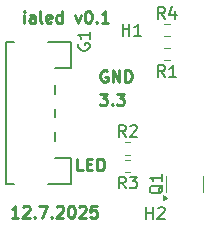
<source format=gbr>
%TF.GenerationSoftware,KiCad,Pcbnew,9.0.3*%
%TF.CreationDate,2025-07-12T02:05:34+02:00*%
%TF.ProjectId,ialed,69616c65-642e-46b6-9963-61645f706362,rev?*%
%TF.SameCoordinates,Original*%
%TF.FileFunction,Legend,Top*%
%TF.FilePolarity,Positive*%
%FSLAX46Y46*%
G04 Gerber Fmt 4.6, Leading zero omitted, Abs format (unit mm)*
G04 Created by KiCad (PCBNEW 9.0.3) date 2025-07-12 02:05:34*
%MOMM*%
%LPD*%
G01*
G04 APERTURE LIST*
%ADD10C,0.250000*%
%ADD11C,0.150000*%
%ADD12C,0.120000*%
%ADD13C,0.127000*%
G04 APERTURE END LIST*
D10*
X1426377Y-18864619D02*
X854949Y-18864619D01*
X1140663Y-18864619D02*
X1140663Y-17864619D01*
X1140663Y-17864619D02*
X1045425Y-18007476D01*
X1045425Y-18007476D02*
X950187Y-18102714D01*
X950187Y-18102714D02*
X854949Y-18150333D01*
X1807330Y-17959857D02*
X1854949Y-17912238D01*
X1854949Y-17912238D02*
X1950187Y-17864619D01*
X1950187Y-17864619D02*
X2188282Y-17864619D01*
X2188282Y-17864619D02*
X2283520Y-17912238D01*
X2283520Y-17912238D02*
X2331139Y-17959857D01*
X2331139Y-17959857D02*
X2378758Y-18055095D01*
X2378758Y-18055095D02*
X2378758Y-18150333D01*
X2378758Y-18150333D02*
X2331139Y-18293190D01*
X2331139Y-18293190D02*
X1759711Y-18864619D01*
X1759711Y-18864619D02*
X2378758Y-18864619D01*
X2807330Y-18769380D02*
X2854949Y-18817000D01*
X2854949Y-18817000D02*
X2807330Y-18864619D01*
X2807330Y-18864619D02*
X2759711Y-18817000D01*
X2759711Y-18817000D02*
X2807330Y-18769380D01*
X2807330Y-18769380D02*
X2807330Y-18864619D01*
X3188282Y-17864619D02*
X3854948Y-17864619D01*
X3854948Y-17864619D02*
X3426377Y-18864619D01*
X4235901Y-18769380D02*
X4283520Y-18817000D01*
X4283520Y-18817000D02*
X4235901Y-18864619D01*
X4235901Y-18864619D02*
X4188282Y-18817000D01*
X4188282Y-18817000D02*
X4235901Y-18769380D01*
X4235901Y-18769380D02*
X4235901Y-18864619D01*
X4664472Y-17959857D02*
X4712091Y-17912238D01*
X4712091Y-17912238D02*
X4807329Y-17864619D01*
X4807329Y-17864619D02*
X5045424Y-17864619D01*
X5045424Y-17864619D02*
X5140662Y-17912238D01*
X5140662Y-17912238D02*
X5188281Y-17959857D01*
X5188281Y-17959857D02*
X5235900Y-18055095D01*
X5235900Y-18055095D02*
X5235900Y-18150333D01*
X5235900Y-18150333D02*
X5188281Y-18293190D01*
X5188281Y-18293190D02*
X4616853Y-18864619D01*
X4616853Y-18864619D02*
X5235900Y-18864619D01*
X5854948Y-17864619D02*
X5950186Y-17864619D01*
X5950186Y-17864619D02*
X6045424Y-17912238D01*
X6045424Y-17912238D02*
X6093043Y-17959857D01*
X6093043Y-17959857D02*
X6140662Y-18055095D01*
X6140662Y-18055095D02*
X6188281Y-18245571D01*
X6188281Y-18245571D02*
X6188281Y-18483666D01*
X6188281Y-18483666D02*
X6140662Y-18674142D01*
X6140662Y-18674142D02*
X6093043Y-18769380D01*
X6093043Y-18769380D02*
X6045424Y-18817000D01*
X6045424Y-18817000D02*
X5950186Y-18864619D01*
X5950186Y-18864619D02*
X5854948Y-18864619D01*
X5854948Y-18864619D02*
X5759710Y-18817000D01*
X5759710Y-18817000D02*
X5712091Y-18769380D01*
X5712091Y-18769380D02*
X5664472Y-18674142D01*
X5664472Y-18674142D02*
X5616853Y-18483666D01*
X5616853Y-18483666D02*
X5616853Y-18245571D01*
X5616853Y-18245571D02*
X5664472Y-18055095D01*
X5664472Y-18055095D02*
X5712091Y-17959857D01*
X5712091Y-17959857D02*
X5759710Y-17912238D01*
X5759710Y-17912238D02*
X5854948Y-17864619D01*
X6569234Y-17959857D02*
X6616853Y-17912238D01*
X6616853Y-17912238D02*
X6712091Y-17864619D01*
X6712091Y-17864619D02*
X6950186Y-17864619D01*
X6950186Y-17864619D02*
X7045424Y-17912238D01*
X7045424Y-17912238D02*
X7093043Y-17959857D01*
X7093043Y-17959857D02*
X7140662Y-18055095D01*
X7140662Y-18055095D02*
X7140662Y-18150333D01*
X7140662Y-18150333D02*
X7093043Y-18293190D01*
X7093043Y-18293190D02*
X6521615Y-18864619D01*
X6521615Y-18864619D02*
X7140662Y-18864619D01*
X8045424Y-17864619D02*
X7569234Y-17864619D01*
X7569234Y-17864619D02*
X7521615Y-18340809D01*
X7521615Y-18340809D02*
X7569234Y-18293190D01*
X7569234Y-18293190D02*
X7664472Y-18245571D01*
X7664472Y-18245571D02*
X7902567Y-18245571D01*
X7902567Y-18245571D02*
X7997805Y-18293190D01*
X7997805Y-18293190D02*
X8045424Y-18340809D01*
X8045424Y-18340809D02*
X8093043Y-18436047D01*
X8093043Y-18436047D02*
X8093043Y-18674142D01*
X8093043Y-18674142D02*
X8045424Y-18769380D01*
X8045424Y-18769380D02*
X7997805Y-18817000D01*
X7997805Y-18817000D02*
X7902567Y-18864619D01*
X7902567Y-18864619D02*
X7664472Y-18864619D01*
X7664472Y-18864619D02*
X7569234Y-18817000D01*
X7569234Y-18817000D02*
X7521615Y-18769380D01*
X1902568Y-2364619D02*
X1902568Y-1697952D01*
X1902568Y-1364619D02*
X1854949Y-1412238D01*
X1854949Y-1412238D02*
X1902568Y-1459857D01*
X1902568Y-1459857D02*
X1950187Y-1412238D01*
X1950187Y-1412238D02*
X1902568Y-1364619D01*
X1902568Y-1364619D02*
X1902568Y-1459857D01*
X2807329Y-2364619D02*
X2807329Y-1840809D01*
X2807329Y-1840809D02*
X2759710Y-1745571D01*
X2759710Y-1745571D02*
X2664472Y-1697952D01*
X2664472Y-1697952D02*
X2473996Y-1697952D01*
X2473996Y-1697952D02*
X2378758Y-1745571D01*
X2807329Y-2317000D02*
X2712091Y-2364619D01*
X2712091Y-2364619D02*
X2473996Y-2364619D01*
X2473996Y-2364619D02*
X2378758Y-2317000D01*
X2378758Y-2317000D02*
X2331139Y-2221761D01*
X2331139Y-2221761D02*
X2331139Y-2126523D01*
X2331139Y-2126523D02*
X2378758Y-2031285D01*
X2378758Y-2031285D02*
X2473996Y-1983666D01*
X2473996Y-1983666D02*
X2712091Y-1983666D01*
X2712091Y-1983666D02*
X2807329Y-1936047D01*
X3426377Y-2364619D02*
X3331139Y-2317000D01*
X3331139Y-2317000D02*
X3283520Y-2221761D01*
X3283520Y-2221761D02*
X3283520Y-1364619D01*
X4188282Y-2317000D02*
X4093044Y-2364619D01*
X4093044Y-2364619D02*
X3902568Y-2364619D01*
X3902568Y-2364619D02*
X3807330Y-2317000D01*
X3807330Y-2317000D02*
X3759711Y-2221761D01*
X3759711Y-2221761D02*
X3759711Y-1840809D01*
X3759711Y-1840809D02*
X3807330Y-1745571D01*
X3807330Y-1745571D02*
X3902568Y-1697952D01*
X3902568Y-1697952D02*
X4093044Y-1697952D01*
X4093044Y-1697952D02*
X4188282Y-1745571D01*
X4188282Y-1745571D02*
X4235901Y-1840809D01*
X4235901Y-1840809D02*
X4235901Y-1936047D01*
X4235901Y-1936047D02*
X3759711Y-2031285D01*
X5093044Y-2364619D02*
X5093044Y-1364619D01*
X5093044Y-2317000D02*
X4997806Y-2364619D01*
X4997806Y-2364619D02*
X4807330Y-2364619D01*
X4807330Y-2364619D02*
X4712092Y-2317000D01*
X4712092Y-2317000D02*
X4664473Y-2269380D01*
X4664473Y-2269380D02*
X4616854Y-2174142D01*
X4616854Y-2174142D02*
X4616854Y-1888428D01*
X4616854Y-1888428D02*
X4664473Y-1793190D01*
X4664473Y-1793190D02*
X4712092Y-1745571D01*
X4712092Y-1745571D02*
X4807330Y-1697952D01*
X4807330Y-1697952D02*
X4997806Y-1697952D01*
X4997806Y-1697952D02*
X5093044Y-1745571D01*
X6235902Y-1697952D02*
X6473997Y-2364619D01*
X6473997Y-2364619D02*
X6712092Y-1697952D01*
X7283521Y-1364619D02*
X7378759Y-1364619D01*
X7378759Y-1364619D02*
X7473997Y-1412238D01*
X7473997Y-1412238D02*
X7521616Y-1459857D01*
X7521616Y-1459857D02*
X7569235Y-1555095D01*
X7569235Y-1555095D02*
X7616854Y-1745571D01*
X7616854Y-1745571D02*
X7616854Y-1983666D01*
X7616854Y-1983666D02*
X7569235Y-2174142D01*
X7569235Y-2174142D02*
X7521616Y-2269380D01*
X7521616Y-2269380D02*
X7473997Y-2317000D01*
X7473997Y-2317000D02*
X7378759Y-2364619D01*
X7378759Y-2364619D02*
X7283521Y-2364619D01*
X7283521Y-2364619D02*
X7188283Y-2317000D01*
X7188283Y-2317000D02*
X7140664Y-2269380D01*
X7140664Y-2269380D02*
X7093045Y-2174142D01*
X7093045Y-2174142D02*
X7045426Y-1983666D01*
X7045426Y-1983666D02*
X7045426Y-1745571D01*
X7045426Y-1745571D02*
X7093045Y-1555095D01*
X7093045Y-1555095D02*
X7140664Y-1459857D01*
X7140664Y-1459857D02*
X7188283Y-1412238D01*
X7188283Y-1412238D02*
X7283521Y-1364619D01*
X8045426Y-2269380D02*
X8093045Y-2317000D01*
X8093045Y-2317000D02*
X8045426Y-2364619D01*
X8045426Y-2364619D02*
X7997807Y-2317000D01*
X7997807Y-2317000D02*
X8045426Y-2269380D01*
X8045426Y-2269380D02*
X8045426Y-2364619D01*
X9045425Y-2364619D02*
X8473997Y-2364619D01*
X8759711Y-2364619D02*
X8759711Y-1364619D01*
X8759711Y-1364619D02*
X8664473Y-1507476D01*
X8664473Y-1507476D02*
X8569235Y-1602714D01*
X8569235Y-1602714D02*
X8473997Y-1650333D01*
X6878758Y-14864619D02*
X6402568Y-14864619D01*
X6402568Y-14864619D02*
X6402568Y-13864619D01*
X7212092Y-14340809D02*
X7545425Y-14340809D01*
X7688282Y-14864619D02*
X7212092Y-14864619D01*
X7212092Y-14864619D02*
X7212092Y-13864619D01*
X7212092Y-13864619D02*
X7688282Y-13864619D01*
X8116854Y-14864619D02*
X8116854Y-13864619D01*
X8116854Y-13864619D02*
X8354949Y-13864619D01*
X8354949Y-13864619D02*
X8497806Y-13912238D01*
X8497806Y-13912238D02*
X8593044Y-14007476D01*
X8593044Y-14007476D02*
X8640663Y-14102714D01*
X8640663Y-14102714D02*
X8688282Y-14293190D01*
X8688282Y-14293190D02*
X8688282Y-14436047D01*
X8688282Y-14436047D02*
X8640663Y-14626523D01*
X8640663Y-14626523D02*
X8593044Y-14721761D01*
X8593044Y-14721761D02*
X8497806Y-14817000D01*
X8497806Y-14817000D02*
X8354949Y-14864619D01*
X8354949Y-14864619D02*
X8116854Y-14864619D01*
X8926377Y-6412238D02*
X8831139Y-6364619D01*
X8831139Y-6364619D02*
X8688282Y-6364619D01*
X8688282Y-6364619D02*
X8545425Y-6412238D01*
X8545425Y-6412238D02*
X8450187Y-6507476D01*
X8450187Y-6507476D02*
X8402568Y-6602714D01*
X8402568Y-6602714D02*
X8354949Y-6793190D01*
X8354949Y-6793190D02*
X8354949Y-6936047D01*
X8354949Y-6936047D02*
X8402568Y-7126523D01*
X8402568Y-7126523D02*
X8450187Y-7221761D01*
X8450187Y-7221761D02*
X8545425Y-7317000D01*
X8545425Y-7317000D02*
X8688282Y-7364619D01*
X8688282Y-7364619D02*
X8783520Y-7364619D01*
X8783520Y-7364619D02*
X8926377Y-7317000D01*
X8926377Y-7317000D02*
X8973996Y-7269380D01*
X8973996Y-7269380D02*
X8973996Y-6936047D01*
X8973996Y-6936047D02*
X8783520Y-6936047D01*
X9402568Y-7364619D02*
X9402568Y-6364619D01*
X9402568Y-6364619D02*
X9973996Y-7364619D01*
X9973996Y-7364619D02*
X9973996Y-6364619D01*
X10450187Y-7364619D02*
X10450187Y-6364619D01*
X10450187Y-6364619D02*
X10688282Y-6364619D01*
X10688282Y-6364619D02*
X10831139Y-6412238D01*
X10831139Y-6412238D02*
X10926377Y-6507476D01*
X10926377Y-6507476D02*
X10973996Y-6602714D01*
X10973996Y-6602714D02*
X11021615Y-6793190D01*
X11021615Y-6793190D02*
X11021615Y-6936047D01*
X11021615Y-6936047D02*
X10973996Y-7126523D01*
X10973996Y-7126523D02*
X10926377Y-7221761D01*
X10926377Y-7221761D02*
X10831139Y-7317000D01*
X10831139Y-7317000D02*
X10688282Y-7364619D01*
X10688282Y-7364619D02*
X10450187Y-7364619D01*
X8307330Y-8364619D02*
X8926377Y-8364619D01*
X8926377Y-8364619D02*
X8593044Y-8745571D01*
X8593044Y-8745571D02*
X8735901Y-8745571D01*
X8735901Y-8745571D02*
X8831139Y-8793190D01*
X8831139Y-8793190D02*
X8878758Y-8840809D01*
X8878758Y-8840809D02*
X8926377Y-8936047D01*
X8926377Y-8936047D02*
X8926377Y-9174142D01*
X8926377Y-9174142D02*
X8878758Y-9269380D01*
X8878758Y-9269380D02*
X8831139Y-9317000D01*
X8831139Y-9317000D02*
X8735901Y-9364619D01*
X8735901Y-9364619D02*
X8450187Y-9364619D01*
X8450187Y-9364619D02*
X8354949Y-9317000D01*
X8354949Y-9317000D02*
X8307330Y-9269380D01*
X9354949Y-9269380D02*
X9402568Y-9317000D01*
X9402568Y-9317000D02*
X9354949Y-9364619D01*
X9354949Y-9364619D02*
X9307330Y-9317000D01*
X9307330Y-9317000D02*
X9354949Y-9269380D01*
X9354949Y-9269380D02*
X9354949Y-9364619D01*
X9735901Y-8364619D02*
X10354948Y-8364619D01*
X10354948Y-8364619D02*
X10021615Y-8745571D01*
X10021615Y-8745571D02*
X10164472Y-8745571D01*
X10164472Y-8745571D02*
X10259710Y-8793190D01*
X10259710Y-8793190D02*
X10307329Y-8840809D01*
X10307329Y-8840809D02*
X10354948Y-8936047D01*
X10354948Y-8936047D02*
X10354948Y-9174142D01*
X10354948Y-9174142D02*
X10307329Y-9269380D01*
X10307329Y-9269380D02*
X10259710Y-9317000D01*
X10259710Y-9317000D02*
X10164472Y-9364619D01*
X10164472Y-9364619D02*
X9878758Y-9364619D01*
X9878758Y-9364619D02*
X9783520Y-9317000D01*
X9783520Y-9317000D02*
X9735901Y-9269380D01*
D11*
X13833333Y-2024819D02*
X13500000Y-1548628D01*
X13261905Y-2024819D02*
X13261905Y-1024819D01*
X13261905Y-1024819D02*
X13642857Y-1024819D01*
X13642857Y-1024819D02*
X13738095Y-1072438D01*
X13738095Y-1072438D02*
X13785714Y-1120057D01*
X13785714Y-1120057D02*
X13833333Y-1215295D01*
X13833333Y-1215295D02*
X13833333Y-1358152D01*
X13833333Y-1358152D02*
X13785714Y-1453390D01*
X13785714Y-1453390D02*
X13738095Y-1501009D01*
X13738095Y-1501009D02*
X13642857Y-1548628D01*
X13642857Y-1548628D02*
X13261905Y-1548628D01*
X14690476Y-1358152D02*
X14690476Y-2024819D01*
X14452381Y-977200D02*
X14214286Y-1691485D01*
X14214286Y-1691485D02*
X14833333Y-1691485D01*
X12238095Y-18954819D02*
X12238095Y-17954819D01*
X12238095Y-18431009D02*
X12809523Y-18431009D01*
X12809523Y-18954819D02*
X12809523Y-17954819D01*
X13238095Y-18050057D02*
X13285714Y-18002438D01*
X13285714Y-18002438D02*
X13380952Y-17954819D01*
X13380952Y-17954819D02*
X13619047Y-17954819D01*
X13619047Y-17954819D02*
X13714285Y-18002438D01*
X13714285Y-18002438D02*
X13761904Y-18050057D01*
X13761904Y-18050057D02*
X13809523Y-18145295D01*
X13809523Y-18145295D02*
X13809523Y-18240533D01*
X13809523Y-18240533D02*
X13761904Y-18383390D01*
X13761904Y-18383390D02*
X13190476Y-18954819D01*
X13190476Y-18954819D02*
X13809523Y-18954819D01*
X10238095Y-3454819D02*
X10238095Y-2454819D01*
X10238095Y-2931009D02*
X10809523Y-2931009D01*
X10809523Y-3454819D02*
X10809523Y-2454819D01*
X11809523Y-3454819D02*
X11238095Y-3454819D01*
X11523809Y-3454819D02*
X11523809Y-2454819D01*
X11523809Y-2454819D02*
X11428571Y-2597676D01*
X11428571Y-2597676D02*
X11333333Y-2692914D01*
X11333333Y-2692914D02*
X11238095Y-2740533D01*
X10508333Y-16384819D02*
X10175000Y-15908628D01*
X9936905Y-16384819D02*
X9936905Y-15384819D01*
X9936905Y-15384819D02*
X10317857Y-15384819D01*
X10317857Y-15384819D02*
X10413095Y-15432438D01*
X10413095Y-15432438D02*
X10460714Y-15480057D01*
X10460714Y-15480057D02*
X10508333Y-15575295D01*
X10508333Y-15575295D02*
X10508333Y-15718152D01*
X10508333Y-15718152D02*
X10460714Y-15813390D01*
X10460714Y-15813390D02*
X10413095Y-15861009D01*
X10413095Y-15861009D02*
X10317857Y-15908628D01*
X10317857Y-15908628D02*
X9936905Y-15908628D01*
X10841667Y-15384819D02*
X11460714Y-15384819D01*
X11460714Y-15384819D02*
X11127381Y-15765771D01*
X11127381Y-15765771D02*
X11270238Y-15765771D01*
X11270238Y-15765771D02*
X11365476Y-15813390D01*
X11365476Y-15813390D02*
X11413095Y-15861009D01*
X11413095Y-15861009D02*
X11460714Y-15956247D01*
X11460714Y-15956247D02*
X11460714Y-16194342D01*
X11460714Y-16194342D02*
X11413095Y-16289580D01*
X11413095Y-16289580D02*
X11365476Y-16337200D01*
X11365476Y-16337200D02*
X11270238Y-16384819D01*
X11270238Y-16384819D02*
X10984524Y-16384819D01*
X10984524Y-16384819D02*
X10889286Y-16337200D01*
X10889286Y-16337200D02*
X10841667Y-16289580D01*
X10508333Y-12024819D02*
X10175000Y-11548628D01*
X9936905Y-12024819D02*
X9936905Y-11024819D01*
X9936905Y-11024819D02*
X10317857Y-11024819D01*
X10317857Y-11024819D02*
X10413095Y-11072438D01*
X10413095Y-11072438D02*
X10460714Y-11120057D01*
X10460714Y-11120057D02*
X10508333Y-11215295D01*
X10508333Y-11215295D02*
X10508333Y-11358152D01*
X10508333Y-11358152D02*
X10460714Y-11453390D01*
X10460714Y-11453390D02*
X10413095Y-11501009D01*
X10413095Y-11501009D02*
X10317857Y-11548628D01*
X10317857Y-11548628D02*
X9936905Y-11548628D01*
X10889286Y-11120057D02*
X10936905Y-11072438D01*
X10936905Y-11072438D02*
X11032143Y-11024819D01*
X11032143Y-11024819D02*
X11270238Y-11024819D01*
X11270238Y-11024819D02*
X11365476Y-11072438D01*
X11365476Y-11072438D02*
X11413095Y-11120057D01*
X11413095Y-11120057D02*
X11460714Y-11215295D01*
X11460714Y-11215295D02*
X11460714Y-11310533D01*
X11460714Y-11310533D02*
X11413095Y-11453390D01*
X11413095Y-11453390D02*
X10841667Y-12024819D01*
X10841667Y-12024819D02*
X11460714Y-12024819D01*
X13833333Y-6954819D02*
X13500000Y-6478628D01*
X13261905Y-6954819D02*
X13261905Y-5954819D01*
X13261905Y-5954819D02*
X13642857Y-5954819D01*
X13642857Y-5954819D02*
X13738095Y-6002438D01*
X13738095Y-6002438D02*
X13785714Y-6050057D01*
X13785714Y-6050057D02*
X13833333Y-6145295D01*
X13833333Y-6145295D02*
X13833333Y-6288152D01*
X13833333Y-6288152D02*
X13785714Y-6383390D01*
X13785714Y-6383390D02*
X13738095Y-6431009D01*
X13738095Y-6431009D02*
X13642857Y-6478628D01*
X13642857Y-6478628D02*
X13261905Y-6478628D01*
X14785714Y-6954819D02*
X14214286Y-6954819D01*
X14500000Y-6954819D02*
X14500000Y-5954819D01*
X14500000Y-5954819D02*
X14404762Y-6097676D01*
X14404762Y-6097676D02*
X14309524Y-6192914D01*
X14309524Y-6192914D02*
X14214286Y-6240533D01*
X13650057Y-16095238D02*
X13602438Y-16190476D01*
X13602438Y-16190476D02*
X13507200Y-16285714D01*
X13507200Y-16285714D02*
X13364342Y-16428571D01*
X13364342Y-16428571D02*
X13316723Y-16523809D01*
X13316723Y-16523809D02*
X13316723Y-16619047D01*
X13554819Y-16571428D02*
X13507200Y-16666666D01*
X13507200Y-16666666D02*
X13411961Y-16761904D01*
X13411961Y-16761904D02*
X13221485Y-16809523D01*
X13221485Y-16809523D02*
X12888152Y-16809523D01*
X12888152Y-16809523D02*
X12697676Y-16761904D01*
X12697676Y-16761904D02*
X12602438Y-16666666D01*
X12602438Y-16666666D02*
X12554819Y-16571428D01*
X12554819Y-16571428D02*
X12554819Y-16380952D01*
X12554819Y-16380952D02*
X12602438Y-16285714D01*
X12602438Y-16285714D02*
X12697676Y-16190476D01*
X12697676Y-16190476D02*
X12888152Y-16142857D01*
X12888152Y-16142857D02*
X13221485Y-16142857D01*
X13221485Y-16142857D02*
X13411961Y-16190476D01*
X13411961Y-16190476D02*
X13507200Y-16285714D01*
X13507200Y-16285714D02*
X13554819Y-16380952D01*
X13554819Y-16380952D02*
X13554819Y-16571428D01*
X13554819Y-15190476D02*
X13554819Y-15761904D01*
X13554819Y-15476190D02*
X12554819Y-15476190D01*
X12554819Y-15476190D02*
X12697676Y-15571428D01*
X12697676Y-15571428D02*
X12792914Y-15666666D01*
X12792914Y-15666666D02*
X12840533Y-15761904D01*
X6513278Y-4139285D02*
X6465659Y-4234523D01*
X6465659Y-4234523D02*
X6465659Y-4377380D01*
X6465659Y-4377380D02*
X6513278Y-4520237D01*
X6513278Y-4520237D02*
X6608516Y-4615475D01*
X6608516Y-4615475D02*
X6703754Y-4663094D01*
X6703754Y-4663094D02*
X6894230Y-4710713D01*
X6894230Y-4710713D02*
X7037087Y-4710713D01*
X7037087Y-4710713D02*
X7227563Y-4663094D01*
X7227563Y-4663094D02*
X7322801Y-4615475D01*
X7322801Y-4615475D02*
X7418040Y-4520237D01*
X7418040Y-4520237D02*
X7465659Y-4377380D01*
X7465659Y-4377380D02*
X7465659Y-4282142D01*
X7465659Y-4282142D02*
X7418040Y-4139285D01*
X7418040Y-4139285D02*
X7370420Y-4091666D01*
X7370420Y-4091666D02*
X7037087Y-4091666D01*
X7037087Y-4091666D02*
X7037087Y-4282142D01*
X7465659Y-3139285D02*
X7465659Y-3710713D01*
X7465659Y-3424999D02*
X6465659Y-3424999D01*
X6465659Y-3424999D02*
X6608516Y-3520237D01*
X6608516Y-3520237D02*
X6703754Y-3615475D01*
X6703754Y-3615475D02*
X6751373Y-3710713D01*
D12*
%TO.C,R4*%
X13762742Y-2477500D02*
X14237258Y-2477500D01*
X13762742Y-3522500D02*
X14237258Y-3522500D01*
%TO.C,R3*%
X10912258Y-15022500D02*
X10437742Y-15022500D01*
X10912258Y-13977500D02*
X10437742Y-13977500D01*
%TO.C,R2*%
X10437742Y-12477500D02*
X10912258Y-12477500D01*
X10437742Y-13522500D02*
X10912258Y-13522500D01*
%TO.C,R1*%
X13762742Y-4477500D02*
X14237258Y-4477500D01*
X13762742Y-5522500D02*
X14237258Y-5522500D01*
%TO.C,Q1*%
X13940000Y-16000000D02*
X13940000Y-16650000D01*
X13940000Y-16000000D02*
X13940000Y-15350000D01*
X17060000Y-16000000D02*
X17060000Y-16650000D01*
X17060000Y-16000000D02*
X17060000Y-15350000D01*
X13990000Y-17162500D02*
X13660000Y-17402500D01*
X13660000Y-16922500D01*
X13990000Y-17162500D01*
G36*
X13990000Y-17162500D02*
G01*
X13660000Y-17402500D01*
X13660000Y-16922500D01*
X13990000Y-17162500D01*
G37*
D13*
%TO.C,G1*%
X350000Y-16000000D02*
X1060500Y-16000000D01*
X350000Y-16000000D02*
X350000Y-4000000D01*
X3950000Y-16000000D02*
X5850000Y-16000000D01*
X5850000Y-16000000D02*
X5850000Y-13800000D01*
X5850000Y-13800000D02*
X4560000Y-13800000D01*
X4560620Y-12348500D02*
X4560620Y-11650000D01*
X4560620Y-10348500D02*
X4560620Y-9650000D01*
X4560620Y-8351040D02*
X4560620Y-7650000D01*
X4560620Y-6200000D02*
X5850000Y-6200000D01*
X5850000Y-6200000D02*
X5850000Y-4000000D01*
X350000Y-4000000D02*
X1060500Y-4000000D01*
X3925000Y-4000000D02*
X5850000Y-4000000D01*
%TD*%
M02*

</source>
